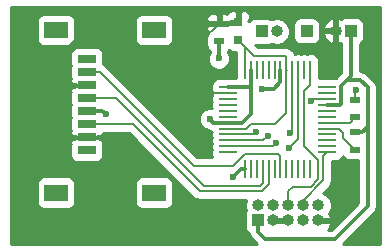
<source format=gbr>
G04 #@! TF.FileFunction,Copper,L1,Top,Signal*
%FSLAX46Y46*%
G04 Gerber Fmt 4.6, Leading zero omitted, Abs format (unit mm)*
G04 Created by KiCad (PCBNEW 4.0.7) date 04/20/18 18:40:26*
%MOMM*%
%LPD*%
G01*
G04 APERTURE LIST*
%ADD10C,0.100000*%
%ADD11R,0.750000X0.800000*%
%ADD12R,1.500000X0.800000*%
%ADD13R,2.000000X1.450000*%
%ADD14R,1.000000X1.000000*%
%ADD15O,1.000000X1.000000*%
%ADD16R,0.900000X0.500000*%
%ADD17R,1.560000X0.280000*%
%ADD18R,0.280000X1.560000*%
%ADD19C,0.600000*%
%ADD20C,0.203200*%
%ADD21C,0.304800*%
%ADD22C,0.254000*%
G04 APERTURE END LIST*
D10*
D11*
X139547600Y-85356000D03*
X139547600Y-86856000D03*
D12*
X126720000Y-96175500D03*
X126720000Y-95075500D03*
X126720000Y-93975500D03*
X126720000Y-92875500D03*
X126720000Y-91775500D03*
X126720000Y-90675500D03*
X126720000Y-89575500D03*
X126720000Y-88475500D03*
D13*
X132420000Y-99775500D03*
X124120000Y-99775500D03*
X132420000Y-86025500D03*
X124120000Y-86025500D03*
D14*
X141249400Y-102133400D03*
D15*
X141249400Y-100863400D03*
X142519400Y-102133400D03*
X142519400Y-100863400D03*
X143789400Y-102133400D03*
X143789400Y-100863400D03*
X145059400Y-102133400D03*
X145059400Y-100863400D03*
X146329400Y-102133400D03*
X146329400Y-100863400D03*
D14*
X145338800Y-86080600D03*
X149072600Y-86080600D03*
D15*
X147802600Y-86080600D03*
D14*
X141528800Y-86131400D03*
D15*
X142798800Y-86131400D03*
D16*
X149453600Y-96152400D03*
X149453600Y-94652400D03*
X137922000Y-86957600D03*
X137922000Y-85457600D03*
X149453600Y-91909200D03*
X149453600Y-93409200D03*
D17*
X138695000Y-90849000D03*
X138695000Y-91349000D03*
X138695000Y-91849000D03*
X138695000Y-92349000D03*
X138695000Y-92849000D03*
X138695000Y-93349000D03*
X138695000Y-93849000D03*
X138695000Y-94349000D03*
X138695000Y-94849000D03*
X138695000Y-95349000D03*
X138695000Y-95849000D03*
X138695000Y-96349000D03*
D18*
X140125000Y-97779000D03*
X140625000Y-97779000D03*
X141125000Y-97779000D03*
X141625000Y-97779000D03*
X142125000Y-97779000D03*
X142625000Y-97779000D03*
X143125000Y-97779000D03*
X143625000Y-97779000D03*
X144125000Y-97779000D03*
X144625000Y-97779000D03*
X145125000Y-97779000D03*
X145625000Y-97779000D03*
D17*
X147055000Y-96349000D03*
X147055000Y-95849000D03*
X147055000Y-95349000D03*
X147055000Y-94849000D03*
X147055000Y-94349000D03*
X147055000Y-93849000D03*
X147055000Y-93349000D03*
X147055000Y-92849000D03*
X147055000Y-92349000D03*
X147055000Y-91849000D03*
X147055000Y-91349000D03*
X147055000Y-90849000D03*
D18*
X145625000Y-89419000D03*
X145125000Y-89419000D03*
X144625000Y-89419000D03*
X144125000Y-89419000D03*
X143625000Y-89419000D03*
X143125000Y-89419000D03*
X142625000Y-89419000D03*
X142125000Y-89419000D03*
X141625000Y-89419000D03*
X141125000Y-89419000D03*
X140625000Y-89419000D03*
X140125000Y-89419000D03*
D19*
X146799300Y-88747600D03*
X137693400Y-100863400D03*
X134785100Y-102031800D03*
X135788400Y-92202000D03*
X134861300Y-88328500D03*
X130962400Y-90322400D03*
X128041400Y-86194900D03*
X123063000Y-89509600D03*
X121691400Y-102311200D03*
X129171700Y-102717600D03*
X131000500Y-96964500D03*
X148272500Y-98920300D03*
X149479000Y-91071700D03*
X145732500Y-92024200D03*
X128320800Y-93141800D03*
X139115800Y-98450400D03*
X137134600Y-93548200D03*
X143840200Y-96012000D03*
X143916400Y-94767400D03*
X142748000Y-95554800D03*
X141071600Y-94615000D03*
X142062200Y-94970600D03*
X137909300Y-88417400D03*
X141566900Y-90970100D03*
D20*
X147802600Y-86080600D02*
X147802600Y-87744300D01*
X147802600Y-87744300D02*
X146799300Y-88747600D01*
X129171700Y-102717600D02*
X134099300Y-102717600D01*
X134099300Y-102717600D02*
X134785100Y-102031800D01*
X126720000Y-95075500D02*
X129111500Y-95075500D01*
X135280400Y-92710000D02*
X135280400Y-95250000D01*
X135788400Y-92202000D02*
X135280400Y-92710000D01*
X132956300Y-88328500D02*
X134861300Y-88328500D01*
X130962400Y-90322400D02*
X132956300Y-88328500D01*
X126377700Y-86194900D02*
X128041400Y-86194900D01*
X123063000Y-89509600D02*
X126377700Y-86194900D01*
X128765300Y-102311200D02*
X121691400Y-102311200D01*
X129171700Y-102717600D02*
X128765300Y-102311200D01*
X129111500Y-95075500D02*
X131000500Y-96964500D01*
X138695000Y-91349000D02*
X137500800Y-91349000D01*
X136436100Y-86943500D02*
X137922000Y-85457600D01*
X136436100Y-90284300D02*
X136436100Y-86943500D01*
X137500800Y-91349000D02*
X136436100Y-90284300D01*
X149453600Y-91909200D02*
X149453600Y-91097100D01*
X149453600Y-91097100D02*
X149479000Y-91071700D01*
X147055000Y-91849000D02*
X145907700Y-91849000D01*
X145907700Y-91849000D02*
X145732500Y-92024200D01*
X140601700Y-93992700D02*
X142684500Y-93992700D01*
X140245400Y-94349000D02*
X140601700Y-93992700D01*
X143625000Y-89419000D02*
X143625000Y-93052200D01*
X140245400Y-94349000D02*
X138695000Y-94349000D01*
X142684500Y-93992700D02*
X143625000Y-93052200D01*
X143625000Y-89419000D02*
X143625000Y-88227600D01*
X140905800Y-88214200D02*
X139547600Y-86856000D01*
X143611600Y-88214200D02*
X140905800Y-88214200D01*
X143625000Y-88227600D02*
X143611600Y-88214200D01*
X143625000Y-89419000D02*
X143611600Y-89405600D01*
X143625000Y-89419000D02*
X143662400Y-89456400D01*
X140131800Y-89425800D02*
X140125000Y-89419000D01*
X139547600Y-86856000D02*
X140125000Y-87433400D01*
X140125000Y-87433400D02*
X140125000Y-89419000D01*
X142125000Y-97779000D02*
X142125000Y-99073400D01*
X130606800Y-94005400D02*
X126749900Y-94005400D01*
X136271000Y-99669600D02*
X130606800Y-94005400D01*
X141528800Y-99669600D02*
X136271000Y-99669600D01*
X142125000Y-99073400D02*
X141528800Y-99669600D01*
X126749900Y-94005400D02*
X126720000Y-93975500D01*
D21*
X138695000Y-93849000D02*
X139907200Y-93849000D01*
X139907200Y-93849000D02*
X140625000Y-93131200D01*
X140625000Y-93131200D02*
X140625000Y-89419000D01*
X140625000Y-89419000D02*
X140625000Y-90769000D01*
X140545000Y-90849000D02*
X138695000Y-90849000D01*
X140625000Y-90769000D02*
X140545000Y-90849000D01*
X149072600Y-86080600D02*
X149072600Y-89916000D01*
X149072600Y-89916000D02*
X148742400Y-90246200D01*
X150495000Y-91414600D02*
X150495000Y-90855800D01*
X150495000Y-94208600D02*
X150495000Y-91414600D01*
X148247100Y-91808300D02*
X148247100Y-92240100D01*
X148247100Y-92240100D02*
X148138200Y-92349000D01*
X148138200Y-92349000D02*
X147055000Y-92349000D01*
X148247100Y-90741500D02*
X148247100Y-91808300D01*
X148742400Y-90246200D02*
X148247100Y-90741500D01*
X149885400Y-90246200D02*
X148742400Y-90246200D01*
X150495000Y-90855800D02*
X149885400Y-90246200D01*
X128320800Y-93141800D02*
X128054500Y-92875500D01*
X128054500Y-92875500D02*
X126720000Y-92875500D01*
X139787200Y-97779000D02*
X139115800Y-98450400D01*
X139787200Y-97779000D02*
X140125000Y-97779000D01*
X137435400Y-93849000D02*
X137134600Y-93548200D01*
X137435400Y-93849000D02*
X138695000Y-93849000D01*
X141249400Y-102133400D02*
X141249400Y-103124000D01*
X150495000Y-100939600D02*
X150495000Y-94208600D01*
X147726400Y-103708200D02*
X150495000Y-100939600D01*
X141833600Y-103708200D02*
X147726400Y-103708200D01*
X141249400Y-103124000D02*
X141833600Y-103708200D01*
X149453600Y-94652400D02*
X150051200Y-94652400D01*
X150051200Y-94652400D02*
X150495000Y-94208600D01*
D20*
X138695000Y-90849000D02*
X138701800Y-90855800D01*
X140589000Y-89455000D02*
X140625000Y-89419000D01*
X141625000Y-97779000D02*
X141625000Y-98938400D01*
X129215100Y-91775500D02*
X126720000Y-91775500D01*
X136626600Y-99187000D02*
X129215100Y-91775500D01*
X141376400Y-99187000D02*
X136626600Y-99187000D01*
X141625000Y-98938400D02*
X141376400Y-99187000D01*
X143125000Y-97779000D02*
X143125000Y-96668400D01*
X127853300Y-89575500D02*
X126720000Y-89575500D01*
X135763000Y-97485200D02*
X127853300Y-89575500D01*
X139065000Y-97485200D02*
X135763000Y-97485200D01*
X140081000Y-96469200D02*
X139065000Y-97485200D01*
X142925800Y-96469200D02*
X140081000Y-96469200D01*
X143125000Y-96668400D02*
X142925800Y-96469200D01*
X144625000Y-95227200D02*
X144625000Y-89419000D01*
X143840200Y-96012000D02*
X144625000Y-95227200D01*
X144125000Y-89419000D02*
X144125000Y-94558800D01*
X144125000Y-94558800D02*
X143916400Y-94767400D01*
X145110200Y-91362100D02*
X145110200Y-91160600D01*
X145110200Y-91160600D02*
X145625000Y-90645800D01*
X145625000Y-90645800D02*
X145625000Y-89419000D01*
X143789400Y-100863400D02*
X143789400Y-99644200D01*
X145110200Y-95834200D02*
X145110200Y-91362100D01*
X146278600Y-97002600D02*
X145110200Y-95834200D01*
X146278600Y-98653600D02*
X146278600Y-97002600D01*
X145669000Y-99263200D02*
X146278600Y-98653600D01*
X144170400Y-99263200D02*
X145669000Y-99263200D01*
X143789400Y-99644200D02*
X144170400Y-99263200D01*
X143789400Y-100863400D02*
X143789400Y-100584000D01*
X145059400Y-100443014D02*
X146761200Y-98741214D01*
X146761200Y-98741214D02*
X146761200Y-96642800D01*
X146761200Y-96642800D02*
X147055000Y-96349000D01*
X145059400Y-100863400D02*
X145059400Y-100443014D01*
X145059400Y-100863400D02*
X145059400Y-100965000D01*
X138695000Y-95849000D02*
X142453800Y-95849000D01*
X142453800Y-95849000D02*
X142748000Y-95554800D01*
X138695000Y-95849000D02*
X138705600Y-95859600D01*
X138695000Y-94849000D02*
X140837600Y-94849000D01*
X140837600Y-94849000D02*
X141071600Y-94615000D01*
X138695000Y-94849000D02*
X138700400Y-94843600D01*
X138695000Y-95349000D02*
X141683800Y-95349000D01*
X141683800Y-95349000D02*
X142062200Y-94970600D01*
X138695000Y-95349000D02*
X138697600Y-95351600D01*
X147055000Y-94349000D02*
X148044600Y-94349000D01*
X148412200Y-95111000D02*
X149453600Y-96152400D01*
X148412200Y-94716600D02*
X148412200Y-95111000D01*
X148044600Y-94349000D02*
X148412200Y-94716600D01*
D21*
X137922000Y-88404700D02*
X137922000Y-86957600D01*
X137909300Y-88417400D02*
X137922000Y-88404700D01*
X142582900Y-90970100D02*
X141566900Y-90970100D01*
X143125000Y-90428000D02*
X142582900Y-90970100D01*
X143125000Y-89419000D02*
X143125000Y-90428000D01*
D20*
X147055000Y-93849000D02*
X149013800Y-93849000D01*
X149013800Y-93849000D02*
X149453600Y-93409200D01*
D22*
G36*
X151536400Y-104165400D02*
X148382752Y-104165400D01*
X151051776Y-101496376D01*
X151222463Y-101240925D01*
X151282400Y-100939600D01*
X151282400Y-90855800D01*
X151222463Y-90554475D01*
X151051776Y-90299024D01*
X150442176Y-89689424D01*
X150186725Y-89518737D01*
X149885400Y-89458800D01*
X149860000Y-89458800D01*
X149860000Y-87150248D01*
X150024041Y-87044690D01*
X150169031Y-86832490D01*
X150220040Y-86580600D01*
X150220040Y-85580600D01*
X150175762Y-85345283D01*
X150036690Y-85129159D01*
X149824490Y-84984169D01*
X149572600Y-84933160D01*
X148572600Y-84933160D01*
X148337283Y-84977438D01*
X148237568Y-85041603D01*
X148104474Y-84986481D01*
X147929600Y-85112646D01*
X147929600Y-85558675D01*
X147925160Y-85580600D01*
X147925160Y-86580600D01*
X147929600Y-86604197D01*
X147929600Y-87048554D01*
X148104474Y-87174719D01*
X148236998Y-87119833D01*
X148285200Y-87152768D01*
X148285200Y-89589848D01*
X147813488Y-90061560D01*
X146412440Y-90061560D01*
X146412440Y-88639000D01*
X146368162Y-88403683D01*
X146229090Y-88187559D01*
X146016890Y-88042569D01*
X145765000Y-87991560D01*
X145485000Y-87991560D01*
X145370962Y-88013018D01*
X145265000Y-87991560D01*
X144985000Y-87991560D01*
X144870962Y-88013018D01*
X144765000Y-87991560D01*
X144485000Y-87991560D01*
X144370962Y-88013018D01*
X144316733Y-88002036D01*
X144305530Y-87945715D01*
X144145855Y-87706745D01*
X144132455Y-87693345D01*
X143893485Y-87533670D01*
X143611600Y-87477600D01*
X141210910Y-87477600D01*
X141007922Y-87274612D01*
X141028800Y-87278840D01*
X142028800Y-87278840D01*
X142264117Y-87234562D01*
X142339873Y-87185814D01*
X142364454Y-87202239D01*
X142798800Y-87288636D01*
X143233146Y-87202239D01*
X143601366Y-86956202D01*
X143847403Y-86587982D01*
X143933800Y-86153636D01*
X143933800Y-86109164D01*
X143847403Y-85674818D01*
X143784449Y-85580600D01*
X144191360Y-85580600D01*
X144191360Y-86580600D01*
X144235638Y-86815917D01*
X144374710Y-87032041D01*
X144586910Y-87177031D01*
X144838800Y-87228040D01*
X145838800Y-87228040D01*
X146074117Y-87183762D01*
X146290241Y-87044690D01*
X146435231Y-86832490D01*
X146486240Y-86580600D01*
X146486240Y-86382477D01*
X146708468Y-86382477D01*
X146907277Y-86778204D01*
X147242391Y-87067727D01*
X147500726Y-87174719D01*
X147675600Y-87048554D01*
X147675600Y-86207600D01*
X146833465Y-86207600D01*
X146708468Y-86382477D01*
X146486240Y-86382477D01*
X146486240Y-85778723D01*
X146708468Y-85778723D01*
X146833465Y-85953600D01*
X147675600Y-85953600D01*
X147675600Y-85112646D01*
X147500726Y-84986481D01*
X147242391Y-85093473D01*
X146907277Y-85382996D01*
X146708468Y-85778723D01*
X146486240Y-85778723D01*
X146486240Y-85580600D01*
X146441962Y-85345283D01*
X146302890Y-85129159D01*
X146090690Y-84984169D01*
X145838800Y-84933160D01*
X144838800Y-84933160D01*
X144603483Y-84977438D01*
X144387359Y-85116510D01*
X144242369Y-85328710D01*
X144191360Y-85580600D01*
X143784449Y-85580600D01*
X143601366Y-85306598D01*
X143233146Y-85060561D01*
X142798800Y-84974164D01*
X142364454Y-85060561D01*
X142341041Y-85076205D01*
X142280690Y-85034969D01*
X142028800Y-84983960D01*
X141028800Y-84983960D01*
X140793483Y-85028238D01*
X140577359Y-85167310D01*
X140535209Y-85228998D01*
X140398852Y-85228998D01*
X140557600Y-85070250D01*
X140557600Y-84829691D01*
X140460927Y-84596302D01*
X140282299Y-84417673D01*
X140048910Y-84321000D01*
X139833350Y-84321000D01*
X139674600Y-84479750D01*
X139674600Y-85229000D01*
X139694600Y-85229000D01*
X139694600Y-85483000D01*
X139674600Y-85483000D01*
X139674600Y-85503000D01*
X139420600Y-85503000D01*
X139420600Y-85483000D01*
X138696350Y-85483000D01*
X138596750Y-85582600D01*
X138049000Y-85582600D01*
X138049000Y-85604600D01*
X137795000Y-85604600D01*
X137795000Y-85582600D01*
X136995750Y-85582600D01*
X136837000Y-85741350D01*
X136837000Y-85833909D01*
X136933673Y-86067298D01*
X137074910Y-86208536D01*
X137020559Y-86243510D01*
X136875569Y-86455710D01*
X136824560Y-86707600D01*
X136824560Y-87207600D01*
X136868838Y-87442917D01*
X137007910Y-87659041D01*
X137134600Y-87745605D01*
X137134600Y-87869611D01*
X137117108Y-87887073D01*
X136974462Y-88230601D01*
X136974138Y-88602567D01*
X137116183Y-88946343D01*
X137378973Y-89209592D01*
X137722501Y-89352238D01*
X138094467Y-89352562D01*
X138438243Y-89210517D01*
X138701492Y-88947727D01*
X138844138Y-88604199D01*
X138844462Y-88232233D01*
X138709400Y-87905357D01*
X138709400Y-87745073D01*
X138737306Y-87727116D01*
X138920710Y-87852431D01*
X139172600Y-87903440D01*
X139388400Y-87903440D01*
X139388400Y-88387945D01*
X139337560Y-88639000D01*
X139337560Y-90061560D01*
X137915000Y-90061560D01*
X137679683Y-90105838D01*
X137463559Y-90244910D01*
X137318569Y-90457110D01*
X137267560Y-90709000D01*
X137267560Y-90989000D01*
X137283568Y-91074076D01*
X137280000Y-91082691D01*
X137280000Y-91120250D01*
X137295097Y-91135347D01*
X137311838Y-91224317D01*
X137392248Y-91349277D01*
X137318569Y-91457110D01*
X137297729Y-91560021D01*
X137280000Y-91577750D01*
X137280000Y-91615309D01*
X137284388Y-91625902D01*
X137267560Y-91709000D01*
X137267560Y-91989000D01*
X137289018Y-92103038D01*
X137267560Y-92209000D01*
X137267560Y-92489000D01*
X137289018Y-92603038D01*
X137286933Y-92613332D01*
X136949433Y-92613038D01*
X136605657Y-92755083D01*
X136342408Y-93017873D01*
X136199762Y-93361401D01*
X136199438Y-93733367D01*
X136341483Y-94077143D01*
X136604273Y-94340392D01*
X136947801Y-94483038D01*
X136994315Y-94483079D01*
X137134075Y-94576463D01*
X137288192Y-94607119D01*
X137267560Y-94709000D01*
X137267560Y-94989000D01*
X137289018Y-95103038D01*
X137267560Y-95209000D01*
X137267560Y-95489000D01*
X137289018Y-95603038D01*
X137267560Y-95709000D01*
X137267560Y-95989000D01*
X137289018Y-96103038D01*
X137267560Y-96209000D01*
X137267560Y-96489000D01*
X137311838Y-96724317D01*
X137327464Y-96748600D01*
X136068110Y-96748600D01*
X128374155Y-89054645D01*
X128135185Y-88894970D01*
X128114337Y-88890823D01*
X128117440Y-88875500D01*
X128117440Y-88075500D01*
X128073162Y-87840183D01*
X127934090Y-87624059D01*
X127721890Y-87479069D01*
X127470000Y-87428060D01*
X125970000Y-87428060D01*
X125734683Y-87472338D01*
X125518559Y-87611410D01*
X125373569Y-87823610D01*
X125322560Y-88075500D01*
X125322560Y-88875500D01*
X125351821Y-89031007D01*
X125322560Y-89175500D01*
X125322560Y-89975500D01*
X125348919Y-90115587D01*
X125335000Y-90149191D01*
X125335000Y-90389750D01*
X125493750Y-90548500D01*
X125683818Y-90548500D01*
X125718110Y-90571931D01*
X125970000Y-90622940D01*
X126867000Y-90622940D01*
X126867000Y-90728060D01*
X125970000Y-90728060D01*
X125734683Y-90772338D01*
X125687810Y-90802500D01*
X125493750Y-90802500D01*
X125335000Y-90961250D01*
X125335000Y-91201809D01*
X125350269Y-91238671D01*
X125322560Y-91375500D01*
X125322560Y-92175500D01*
X125351821Y-92331007D01*
X125322560Y-92475500D01*
X125322560Y-93275500D01*
X125351821Y-93431007D01*
X125322560Y-93575500D01*
X125322560Y-94375500D01*
X125348919Y-94515587D01*
X125335000Y-94549191D01*
X125335000Y-94789750D01*
X125493750Y-94948500D01*
X125683818Y-94948500D01*
X125718110Y-94971931D01*
X125970000Y-95022940D01*
X127470000Y-95022940D01*
X127705317Y-94978662D01*
X127752190Y-94948500D01*
X127946250Y-94948500D01*
X128105000Y-94789750D01*
X128105000Y-94742000D01*
X130301690Y-94742000D01*
X135750145Y-100190455D01*
X135989115Y-100350130D01*
X136271000Y-100406200D01*
X140201210Y-100406200D01*
X140200797Y-100406818D01*
X140114400Y-100841164D01*
X140114400Y-100885636D01*
X140199492Y-101313421D01*
X140152969Y-101381510D01*
X140101960Y-101633400D01*
X140101960Y-102633400D01*
X140146238Y-102868717D01*
X140285310Y-103084841D01*
X140480777Y-103218398D01*
X140521937Y-103425325D01*
X140692624Y-103680776D01*
X141177248Y-104165400D01*
X120294400Y-104165400D01*
X120294400Y-99050500D01*
X122472560Y-99050500D01*
X122472560Y-100500500D01*
X122516838Y-100735817D01*
X122655910Y-100951941D01*
X122868110Y-101096931D01*
X123120000Y-101147940D01*
X125120000Y-101147940D01*
X125355317Y-101103662D01*
X125571441Y-100964590D01*
X125716431Y-100752390D01*
X125767440Y-100500500D01*
X125767440Y-99050500D01*
X130772560Y-99050500D01*
X130772560Y-100500500D01*
X130816838Y-100735817D01*
X130955910Y-100951941D01*
X131168110Y-101096931D01*
X131420000Y-101147940D01*
X133420000Y-101147940D01*
X133655317Y-101103662D01*
X133871441Y-100964590D01*
X134016431Y-100752390D01*
X134067440Y-100500500D01*
X134067440Y-99050500D01*
X134023162Y-98815183D01*
X133884090Y-98599059D01*
X133671890Y-98454069D01*
X133420000Y-98403060D01*
X131420000Y-98403060D01*
X131184683Y-98447338D01*
X130968559Y-98586410D01*
X130823569Y-98798610D01*
X130772560Y-99050500D01*
X125767440Y-99050500D01*
X125723162Y-98815183D01*
X125584090Y-98599059D01*
X125371890Y-98454069D01*
X125120000Y-98403060D01*
X123120000Y-98403060D01*
X122884683Y-98447338D01*
X122668559Y-98586410D01*
X122523569Y-98798610D01*
X122472560Y-99050500D01*
X120294400Y-99050500D01*
X120294400Y-95775500D01*
X125322560Y-95775500D01*
X125322560Y-96575500D01*
X125366838Y-96810817D01*
X125505910Y-97026941D01*
X125718110Y-97171931D01*
X125970000Y-97222940D01*
X127470000Y-97222940D01*
X127705317Y-97178662D01*
X127921441Y-97039590D01*
X128066431Y-96827390D01*
X128117440Y-96575500D01*
X128117440Y-95775500D01*
X128091081Y-95635413D01*
X128105000Y-95601809D01*
X128105000Y-95361250D01*
X127946250Y-95202500D01*
X127756182Y-95202500D01*
X127721890Y-95179069D01*
X127470000Y-95128060D01*
X125970000Y-95128060D01*
X125734683Y-95172338D01*
X125687810Y-95202500D01*
X125493750Y-95202500D01*
X125335000Y-95361250D01*
X125335000Y-95601809D01*
X125350269Y-95638671D01*
X125322560Y-95775500D01*
X120294400Y-95775500D01*
X120294400Y-85300500D01*
X122472560Y-85300500D01*
X122472560Y-86750500D01*
X122516838Y-86985817D01*
X122655910Y-87201941D01*
X122868110Y-87346931D01*
X123120000Y-87397940D01*
X125120000Y-87397940D01*
X125355317Y-87353662D01*
X125571441Y-87214590D01*
X125716431Y-87002390D01*
X125767440Y-86750500D01*
X125767440Y-85300500D01*
X130772560Y-85300500D01*
X130772560Y-86750500D01*
X130816838Y-86985817D01*
X130955910Y-87201941D01*
X131168110Y-87346931D01*
X131420000Y-87397940D01*
X133420000Y-87397940D01*
X133655317Y-87353662D01*
X133871441Y-87214590D01*
X134016431Y-87002390D01*
X134067440Y-86750500D01*
X134067440Y-85300500D01*
X134026193Y-85081291D01*
X136837000Y-85081291D01*
X136837000Y-85173850D01*
X136995750Y-85332600D01*
X137795000Y-85332600D01*
X137795000Y-84731350D01*
X138049000Y-84731350D01*
X138049000Y-85332600D01*
X138848250Y-85332600D01*
X138951850Y-85229000D01*
X139420600Y-85229000D01*
X139420600Y-84479750D01*
X139261850Y-84321000D01*
X139046290Y-84321000D01*
X138812901Y-84417673D01*
X138634273Y-84596302D01*
X138622742Y-84624141D01*
X138498310Y-84572600D01*
X138207750Y-84572600D01*
X138049000Y-84731350D01*
X137795000Y-84731350D01*
X137636250Y-84572600D01*
X137345690Y-84572600D01*
X137112301Y-84669273D01*
X136933673Y-84847902D01*
X136837000Y-85081291D01*
X134026193Y-85081291D01*
X134023162Y-85065183D01*
X133884090Y-84849059D01*
X133671890Y-84704069D01*
X133420000Y-84653060D01*
X131420000Y-84653060D01*
X131184683Y-84697338D01*
X130968559Y-84836410D01*
X130823569Y-85048610D01*
X130772560Y-85300500D01*
X125767440Y-85300500D01*
X125723162Y-85065183D01*
X125584090Y-84849059D01*
X125371890Y-84704069D01*
X125120000Y-84653060D01*
X123120000Y-84653060D01*
X122884683Y-84697338D01*
X122668559Y-84836410D01*
X122523569Y-85048610D01*
X122472560Y-85300500D01*
X120294400Y-85300500D01*
X120294400Y-84099400D01*
X151536400Y-84099400D01*
X151536400Y-104165400D01*
X151536400Y-104165400D01*
G37*
X151536400Y-104165400D02*
X148382752Y-104165400D01*
X151051776Y-101496376D01*
X151222463Y-101240925D01*
X151282400Y-100939600D01*
X151282400Y-90855800D01*
X151222463Y-90554475D01*
X151051776Y-90299024D01*
X150442176Y-89689424D01*
X150186725Y-89518737D01*
X149885400Y-89458800D01*
X149860000Y-89458800D01*
X149860000Y-87150248D01*
X150024041Y-87044690D01*
X150169031Y-86832490D01*
X150220040Y-86580600D01*
X150220040Y-85580600D01*
X150175762Y-85345283D01*
X150036690Y-85129159D01*
X149824490Y-84984169D01*
X149572600Y-84933160D01*
X148572600Y-84933160D01*
X148337283Y-84977438D01*
X148237568Y-85041603D01*
X148104474Y-84986481D01*
X147929600Y-85112646D01*
X147929600Y-85558675D01*
X147925160Y-85580600D01*
X147925160Y-86580600D01*
X147929600Y-86604197D01*
X147929600Y-87048554D01*
X148104474Y-87174719D01*
X148236998Y-87119833D01*
X148285200Y-87152768D01*
X148285200Y-89589848D01*
X147813488Y-90061560D01*
X146412440Y-90061560D01*
X146412440Y-88639000D01*
X146368162Y-88403683D01*
X146229090Y-88187559D01*
X146016890Y-88042569D01*
X145765000Y-87991560D01*
X145485000Y-87991560D01*
X145370962Y-88013018D01*
X145265000Y-87991560D01*
X144985000Y-87991560D01*
X144870962Y-88013018D01*
X144765000Y-87991560D01*
X144485000Y-87991560D01*
X144370962Y-88013018D01*
X144316733Y-88002036D01*
X144305530Y-87945715D01*
X144145855Y-87706745D01*
X144132455Y-87693345D01*
X143893485Y-87533670D01*
X143611600Y-87477600D01*
X141210910Y-87477600D01*
X141007922Y-87274612D01*
X141028800Y-87278840D01*
X142028800Y-87278840D01*
X142264117Y-87234562D01*
X142339873Y-87185814D01*
X142364454Y-87202239D01*
X142798800Y-87288636D01*
X143233146Y-87202239D01*
X143601366Y-86956202D01*
X143847403Y-86587982D01*
X143933800Y-86153636D01*
X143933800Y-86109164D01*
X143847403Y-85674818D01*
X143784449Y-85580600D01*
X144191360Y-85580600D01*
X144191360Y-86580600D01*
X144235638Y-86815917D01*
X144374710Y-87032041D01*
X144586910Y-87177031D01*
X144838800Y-87228040D01*
X145838800Y-87228040D01*
X146074117Y-87183762D01*
X146290241Y-87044690D01*
X146435231Y-86832490D01*
X146486240Y-86580600D01*
X146486240Y-86382477D01*
X146708468Y-86382477D01*
X146907277Y-86778204D01*
X147242391Y-87067727D01*
X147500726Y-87174719D01*
X147675600Y-87048554D01*
X147675600Y-86207600D01*
X146833465Y-86207600D01*
X146708468Y-86382477D01*
X146486240Y-86382477D01*
X146486240Y-85778723D01*
X146708468Y-85778723D01*
X146833465Y-85953600D01*
X147675600Y-85953600D01*
X147675600Y-85112646D01*
X147500726Y-84986481D01*
X147242391Y-85093473D01*
X146907277Y-85382996D01*
X146708468Y-85778723D01*
X146486240Y-85778723D01*
X146486240Y-85580600D01*
X146441962Y-85345283D01*
X146302890Y-85129159D01*
X146090690Y-84984169D01*
X145838800Y-84933160D01*
X144838800Y-84933160D01*
X144603483Y-84977438D01*
X144387359Y-85116510D01*
X144242369Y-85328710D01*
X144191360Y-85580600D01*
X143784449Y-85580600D01*
X143601366Y-85306598D01*
X143233146Y-85060561D01*
X142798800Y-84974164D01*
X142364454Y-85060561D01*
X142341041Y-85076205D01*
X142280690Y-85034969D01*
X142028800Y-84983960D01*
X141028800Y-84983960D01*
X140793483Y-85028238D01*
X140577359Y-85167310D01*
X140535209Y-85228998D01*
X140398852Y-85228998D01*
X140557600Y-85070250D01*
X140557600Y-84829691D01*
X140460927Y-84596302D01*
X140282299Y-84417673D01*
X140048910Y-84321000D01*
X139833350Y-84321000D01*
X139674600Y-84479750D01*
X139674600Y-85229000D01*
X139694600Y-85229000D01*
X139694600Y-85483000D01*
X139674600Y-85483000D01*
X139674600Y-85503000D01*
X139420600Y-85503000D01*
X139420600Y-85483000D01*
X138696350Y-85483000D01*
X138596750Y-85582600D01*
X138049000Y-85582600D01*
X138049000Y-85604600D01*
X137795000Y-85604600D01*
X137795000Y-85582600D01*
X136995750Y-85582600D01*
X136837000Y-85741350D01*
X136837000Y-85833909D01*
X136933673Y-86067298D01*
X137074910Y-86208536D01*
X137020559Y-86243510D01*
X136875569Y-86455710D01*
X136824560Y-86707600D01*
X136824560Y-87207600D01*
X136868838Y-87442917D01*
X137007910Y-87659041D01*
X137134600Y-87745605D01*
X137134600Y-87869611D01*
X137117108Y-87887073D01*
X136974462Y-88230601D01*
X136974138Y-88602567D01*
X137116183Y-88946343D01*
X137378973Y-89209592D01*
X137722501Y-89352238D01*
X138094467Y-89352562D01*
X138438243Y-89210517D01*
X138701492Y-88947727D01*
X138844138Y-88604199D01*
X138844462Y-88232233D01*
X138709400Y-87905357D01*
X138709400Y-87745073D01*
X138737306Y-87727116D01*
X138920710Y-87852431D01*
X139172600Y-87903440D01*
X139388400Y-87903440D01*
X139388400Y-88387945D01*
X139337560Y-88639000D01*
X139337560Y-90061560D01*
X137915000Y-90061560D01*
X137679683Y-90105838D01*
X137463559Y-90244910D01*
X137318569Y-90457110D01*
X137267560Y-90709000D01*
X137267560Y-90989000D01*
X137283568Y-91074076D01*
X137280000Y-91082691D01*
X137280000Y-91120250D01*
X137295097Y-91135347D01*
X137311838Y-91224317D01*
X137392248Y-91349277D01*
X137318569Y-91457110D01*
X137297729Y-91560021D01*
X137280000Y-91577750D01*
X137280000Y-91615309D01*
X137284388Y-91625902D01*
X137267560Y-91709000D01*
X137267560Y-91989000D01*
X137289018Y-92103038D01*
X137267560Y-92209000D01*
X137267560Y-92489000D01*
X137289018Y-92603038D01*
X137286933Y-92613332D01*
X136949433Y-92613038D01*
X136605657Y-92755083D01*
X136342408Y-93017873D01*
X136199762Y-93361401D01*
X136199438Y-93733367D01*
X136341483Y-94077143D01*
X136604273Y-94340392D01*
X136947801Y-94483038D01*
X136994315Y-94483079D01*
X137134075Y-94576463D01*
X137288192Y-94607119D01*
X137267560Y-94709000D01*
X137267560Y-94989000D01*
X137289018Y-95103038D01*
X137267560Y-95209000D01*
X137267560Y-95489000D01*
X137289018Y-95603038D01*
X137267560Y-95709000D01*
X137267560Y-95989000D01*
X137289018Y-96103038D01*
X137267560Y-96209000D01*
X137267560Y-96489000D01*
X137311838Y-96724317D01*
X137327464Y-96748600D01*
X136068110Y-96748600D01*
X128374155Y-89054645D01*
X128135185Y-88894970D01*
X128114337Y-88890823D01*
X128117440Y-88875500D01*
X128117440Y-88075500D01*
X128073162Y-87840183D01*
X127934090Y-87624059D01*
X127721890Y-87479069D01*
X127470000Y-87428060D01*
X125970000Y-87428060D01*
X125734683Y-87472338D01*
X125518559Y-87611410D01*
X125373569Y-87823610D01*
X125322560Y-88075500D01*
X125322560Y-88875500D01*
X125351821Y-89031007D01*
X125322560Y-89175500D01*
X125322560Y-89975500D01*
X125348919Y-90115587D01*
X125335000Y-90149191D01*
X125335000Y-90389750D01*
X125493750Y-90548500D01*
X125683818Y-90548500D01*
X125718110Y-90571931D01*
X125970000Y-90622940D01*
X126867000Y-90622940D01*
X126867000Y-90728060D01*
X125970000Y-90728060D01*
X125734683Y-90772338D01*
X125687810Y-90802500D01*
X125493750Y-90802500D01*
X125335000Y-90961250D01*
X125335000Y-91201809D01*
X125350269Y-91238671D01*
X125322560Y-91375500D01*
X125322560Y-92175500D01*
X125351821Y-92331007D01*
X125322560Y-92475500D01*
X125322560Y-93275500D01*
X125351821Y-93431007D01*
X125322560Y-93575500D01*
X125322560Y-94375500D01*
X125348919Y-94515587D01*
X125335000Y-94549191D01*
X125335000Y-94789750D01*
X125493750Y-94948500D01*
X125683818Y-94948500D01*
X125718110Y-94971931D01*
X125970000Y-95022940D01*
X127470000Y-95022940D01*
X127705317Y-94978662D01*
X127752190Y-94948500D01*
X127946250Y-94948500D01*
X128105000Y-94789750D01*
X128105000Y-94742000D01*
X130301690Y-94742000D01*
X135750145Y-100190455D01*
X135989115Y-100350130D01*
X136271000Y-100406200D01*
X140201210Y-100406200D01*
X140200797Y-100406818D01*
X140114400Y-100841164D01*
X140114400Y-100885636D01*
X140199492Y-101313421D01*
X140152969Y-101381510D01*
X140101960Y-101633400D01*
X140101960Y-102633400D01*
X140146238Y-102868717D01*
X140285310Y-103084841D01*
X140480777Y-103218398D01*
X140521937Y-103425325D01*
X140692624Y-103680776D01*
X141177248Y-104165400D01*
X120294400Y-104165400D01*
X120294400Y-99050500D01*
X122472560Y-99050500D01*
X122472560Y-100500500D01*
X122516838Y-100735817D01*
X122655910Y-100951941D01*
X122868110Y-101096931D01*
X123120000Y-101147940D01*
X125120000Y-101147940D01*
X125355317Y-101103662D01*
X125571441Y-100964590D01*
X125716431Y-100752390D01*
X125767440Y-100500500D01*
X125767440Y-99050500D01*
X130772560Y-99050500D01*
X130772560Y-100500500D01*
X130816838Y-100735817D01*
X130955910Y-100951941D01*
X131168110Y-101096931D01*
X131420000Y-101147940D01*
X133420000Y-101147940D01*
X133655317Y-101103662D01*
X133871441Y-100964590D01*
X134016431Y-100752390D01*
X134067440Y-100500500D01*
X134067440Y-99050500D01*
X134023162Y-98815183D01*
X133884090Y-98599059D01*
X133671890Y-98454069D01*
X133420000Y-98403060D01*
X131420000Y-98403060D01*
X131184683Y-98447338D01*
X130968559Y-98586410D01*
X130823569Y-98798610D01*
X130772560Y-99050500D01*
X125767440Y-99050500D01*
X125723162Y-98815183D01*
X125584090Y-98599059D01*
X125371890Y-98454069D01*
X125120000Y-98403060D01*
X123120000Y-98403060D01*
X122884683Y-98447338D01*
X122668559Y-98586410D01*
X122523569Y-98798610D01*
X122472560Y-99050500D01*
X120294400Y-99050500D01*
X120294400Y-95775500D01*
X125322560Y-95775500D01*
X125322560Y-96575500D01*
X125366838Y-96810817D01*
X125505910Y-97026941D01*
X125718110Y-97171931D01*
X125970000Y-97222940D01*
X127470000Y-97222940D01*
X127705317Y-97178662D01*
X127921441Y-97039590D01*
X128066431Y-96827390D01*
X128117440Y-96575500D01*
X128117440Y-95775500D01*
X128091081Y-95635413D01*
X128105000Y-95601809D01*
X128105000Y-95361250D01*
X127946250Y-95202500D01*
X127756182Y-95202500D01*
X127721890Y-95179069D01*
X127470000Y-95128060D01*
X125970000Y-95128060D01*
X125734683Y-95172338D01*
X125687810Y-95202500D01*
X125493750Y-95202500D01*
X125335000Y-95361250D01*
X125335000Y-95601809D01*
X125350269Y-95638671D01*
X125322560Y-95775500D01*
X120294400Y-95775500D01*
X120294400Y-85300500D01*
X122472560Y-85300500D01*
X122472560Y-86750500D01*
X122516838Y-86985817D01*
X122655910Y-87201941D01*
X122868110Y-87346931D01*
X123120000Y-87397940D01*
X125120000Y-87397940D01*
X125355317Y-87353662D01*
X125571441Y-87214590D01*
X125716431Y-87002390D01*
X125767440Y-86750500D01*
X125767440Y-85300500D01*
X130772560Y-85300500D01*
X130772560Y-86750500D01*
X130816838Y-86985817D01*
X130955910Y-87201941D01*
X131168110Y-87346931D01*
X131420000Y-87397940D01*
X133420000Y-87397940D01*
X133655317Y-87353662D01*
X133871441Y-87214590D01*
X134016431Y-87002390D01*
X134067440Y-86750500D01*
X134067440Y-85300500D01*
X134026193Y-85081291D01*
X136837000Y-85081291D01*
X136837000Y-85173850D01*
X136995750Y-85332600D01*
X137795000Y-85332600D01*
X137795000Y-84731350D01*
X138049000Y-84731350D01*
X138049000Y-85332600D01*
X138848250Y-85332600D01*
X138951850Y-85229000D01*
X139420600Y-85229000D01*
X139420600Y-84479750D01*
X139261850Y-84321000D01*
X139046290Y-84321000D01*
X138812901Y-84417673D01*
X138634273Y-84596302D01*
X138622742Y-84624141D01*
X138498310Y-84572600D01*
X138207750Y-84572600D01*
X138049000Y-84731350D01*
X137795000Y-84731350D01*
X137636250Y-84572600D01*
X137345690Y-84572600D01*
X137112301Y-84669273D01*
X136933673Y-84847902D01*
X136837000Y-85081291D01*
X134026193Y-85081291D01*
X134023162Y-85065183D01*
X133884090Y-84849059D01*
X133671890Y-84704069D01*
X133420000Y-84653060D01*
X131420000Y-84653060D01*
X131184683Y-84697338D01*
X130968559Y-84836410D01*
X130823569Y-85048610D01*
X130772560Y-85300500D01*
X125767440Y-85300500D01*
X125723162Y-85065183D01*
X125584090Y-84849059D01*
X125371890Y-84704069D01*
X125120000Y-84653060D01*
X123120000Y-84653060D01*
X122884683Y-84697338D01*
X122668559Y-84836410D01*
X122523569Y-85048610D01*
X122472560Y-85300500D01*
X120294400Y-85300500D01*
X120294400Y-84099400D01*
X151536400Y-84099400D01*
X151536400Y-104165400D01*
G36*
X148539510Y-96853841D02*
X148751710Y-96998831D01*
X149003600Y-97049840D01*
X149707600Y-97049840D01*
X149707600Y-100613448D01*
X147400248Y-102920800D01*
X147120787Y-102920800D01*
X147224723Y-102831004D01*
X147423532Y-102435277D01*
X147298535Y-102260400D01*
X146456400Y-102260400D01*
X146456400Y-102280400D01*
X146202400Y-102280400D01*
X146202400Y-102260400D01*
X146182400Y-102260400D01*
X146182400Y-102215964D01*
X146194400Y-102155636D01*
X146194400Y-102111164D01*
X146182400Y-102050836D01*
X146182400Y-102006400D01*
X146202400Y-102006400D01*
X146202400Y-101995374D01*
X146329400Y-102020636D01*
X146456400Y-101995374D01*
X146456400Y-102006400D01*
X147298535Y-102006400D01*
X147423532Y-101831523D01*
X147257296Y-101500632D01*
X147378003Y-101319982D01*
X147464400Y-100885636D01*
X147464400Y-100841164D01*
X147378003Y-100406818D01*
X147131966Y-100038598D01*
X146763746Y-99792561D01*
X146753584Y-99790540D01*
X147282055Y-99262069D01*
X147319225Y-99206440D01*
X147441730Y-99023099D01*
X147497800Y-98741214D01*
X147497800Y-97136440D01*
X147835000Y-97136440D01*
X148070317Y-97092162D01*
X148286441Y-96953090D01*
X148431431Y-96740890D01*
X148439904Y-96699049D01*
X148539510Y-96853841D01*
X148539510Y-96853841D01*
G37*
X148539510Y-96853841D02*
X148751710Y-96998831D01*
X149003600Y-97049840D01*
X149707600Y-97049840D01*
X149707600Y-100613448D01*
X147400248Y-102920800D01*
X147120787Y-102920800D01*
X147224723Y-102831004D01*
X147423532Y-102435277D01*
X147298535Y-102260400D01*
X146456400Y-102260400D01*
X146456400Y-102280400D01*
X146202400Y-102280400D01*
X146202400Y-102260400D01*
X146182400Y-102260400D01*
X146182400Y-102215964D01*
X146194400Y-102155636D01*
X146194400Y-102111164D01*
X146182400Y-102050836D01*
X146182400Y-102006400D01*
X146202400Y-102006400D01*
X146202400Y-101995374D01*
X146329400Y-102020636D01*
X146456400Y-101995374D01*
X146456400Y-102006400D01*
X147298535Y-102006400D01*
X147423532Y-101831523D01*
X147257296Y-101500632D01*
X147378003Y-101319982D01*
X147464400Y-100885636D01*
X147464400Y-100841164D01*
X147378003Y-100406818D01*
X147131966Y-100038598D01*
X146763746Y-99792561D01*
X146753584Y-99790540D01*
X147282055Y-99262069D01*
X147319225Y-99206440D01*
X147441730Y-99023099D01*
X147497800Y-98741214D01*
X147497800Y-97136440D01*
X147835000Y-97136440D01*
X148070317Y-97092162D01*
X148286441Y-96953090D01*
X148431431Y-96740890D01*
X148439904Y-96699049D01*
X148539510Y-96853841D01*
G36*
X143916400Y-102006400D02*
X143936400Y-102006400D01*
X143936400Y-102050836D01*
X143924400Y-102111164D01*
X143924400Y-102155636D01*
X143936400Y-102215964D01*
X143936400Y-102260400D01*
X143916400Y-102260400D01*
X143916400Y-102280400D01*
X143662400Y-102280400D01*
X143662400Y-102260400D01*
X142646400Y-102260400D01*
X142646400Y-102280400D01*
X142396840Y-102280400D01*
X142396840Y-101996257D01*
X142519400Y-102020636D01*
X142646400Y-101995374D01*
X142646400Y-102006400D01*
X143662400Y-102006400D01*
X143662400Y-101995374D01*
X143789400Y-102020636D01*
X143916400Y-101995374D01*
X143916400Y-102006400D01*
X143916400Y-102006400D01*
G37*
X143916400Y-102006400D02*
X143936400Y-102006400D01*
X143936400Y-102050836D01*
X143924400Y-102111164D01*
X143924400Y-102155636D01*
X143936400Y-102215964D01*
X143936400Y-102260400D01*
X143916400Y-102260400D01*
X143916400Y-102280400D01*
X143662400Y-102280400D01*
X143662400Y-102260400D01*
X142646400Y-102260400D01*
X142646400Y-102280400D01*
X142396840Y-102280400D01*
X142396840Y-101996257D01*
X142519400Y-102020636D01*
X142646400Y-101995374D01*
X142646400Y-102006400D01*
X143662400Y-102006400D01*
X143662400Y-101995374D01*
X143789400Y-102020636D01*
X143916400Y-101995374D01*
X143916400Y-102006400D01*
G36*
X149580600Y-91784200D02*
X149600600Y-91784200D01*
X149600600Y-92034200D01*
X149580600Y-92034200D01*
X149580600Y-92056200D01*
X149326600Y-92056200D01*
X149326600Y-92034200D01*
X149306600Y-92034200D01*
X149306600Y-91784200D01*
X149326600Y-91784200D01*
X149326600Y-91762200D01*
X149580600Y-91762200D01*
X149580600Y-91784200D01*
X149580600Y-91784200D01*
G37*
X149580600Y-91784200D02*
X149600600Y-91784200D01*
X149600600Y-92034200D01*
X149580600Y-92034200D01*
X149580600Y-92056200D01*
X149326600Y-92056200D01*
X149326600Y-92034200D01*
X149306600Y-92034200D01*
X149306600Y-91784200D01*
X149326600Y-91784200D01*
X149326600Y-91762200D01*
X149580600Y-91762200D01*
X149580600Y-91784200D01*
M02*

</source>
